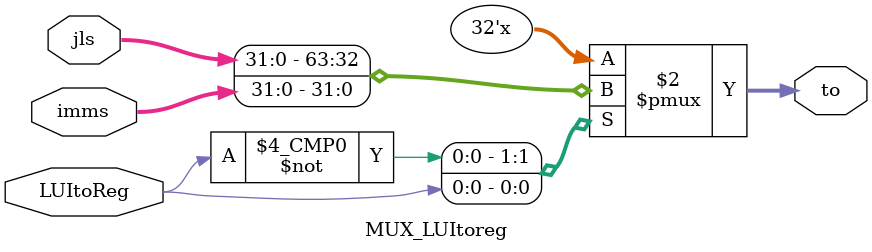
<source format=v>
`timescale 1ns / 1ps
module MUX_LUItoreg(
	// MUX 2:1 FOR WD3 SOURCE
    input [31:0] imms, // FROM IMM GENERATOR
    input [31:0] jls, // FROM MUX JL OUTPUT
	 input LUItoReg, // FROM CU
    output reg [31:0] to); //OUTPUT TO WD3 
	 	// CASE FOR MUX, 1->imms, 0->jls
   always @ (imms or jls or LUItoReg) begin  
      case (LUItoReg)  
         1'b0 : to <= jls;  
         1'b1 : to <= imms;   
      endcase  
   end 

endmodule

</source>
